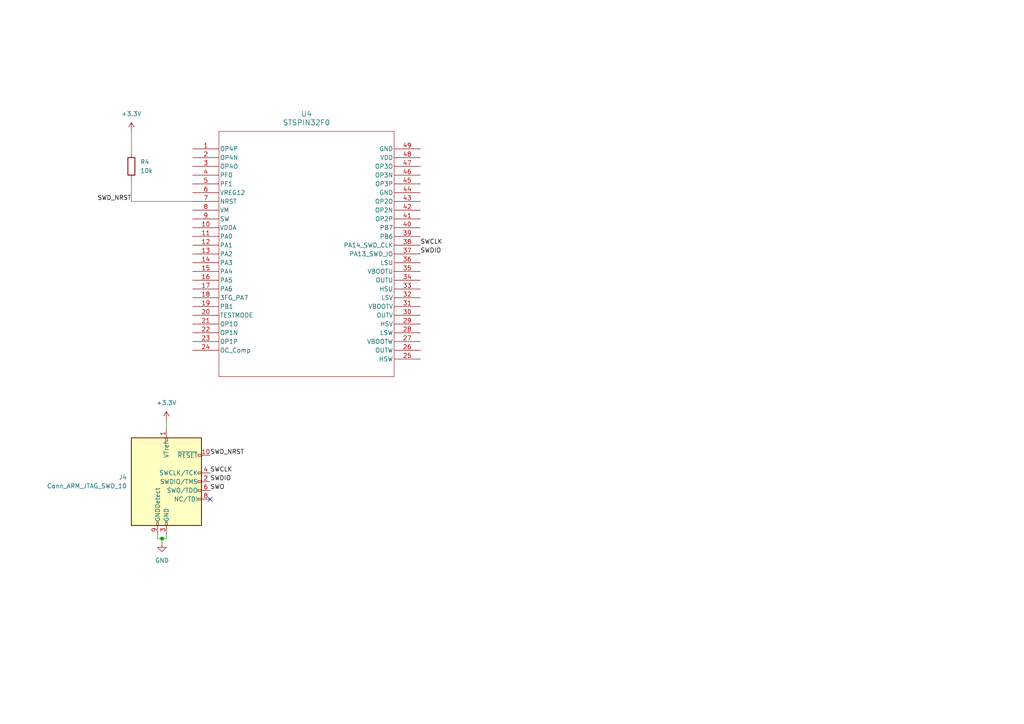
<source format=kicad_sch>
(kicad_sch (version 20231120) (generator "eeschema") (generator_version "8.0")
  (paper "A4")
  (lib_symbols
    (symbol "Connector:Conn_ARM_JTAG_SWD_10" (pin_names (offset 1.016))
      (property "Reference" "J" (at -2.54 16.51 0))
      (property "Value" "Conn_ARM_JTAG_SWD_10" (at -2.54 13.97 0))
      (symbol "Conn_ARM_JTAG_SWD_10_0_1"
        (rectangle (start -10.16 12.7) (end 10.16 -12.7) (stroke (width 0.254)) (fill (type background)))
        (rectangle (start -2.794 -12.7) (end -2.286 -11.684))
        (rectangle (start -0.254 -12.7) (end 0.254 -11.684))
        (rectangle (start -0.254 12.7) (end 0.254 11.684))
        (rectangle (start 9.144 2.286) (end 10.16 2.794))
        (rectangle (start 10.16 -2.794) (end 9.144 -2.286))
        (rectangle (start 10.16 -0.254) (end 9.144 0.254))
        (rectangle (start 10.16 7.874) (end 9.144 7.366))
      )
      (symbol "Conn_ARM_JTAG_SWD_10_1_1"
        (rectangle (start 9.144 -5.334) (end 10.16 -4.826))
        (pin power_in line (at 0 15.24 270) (length 2.54) (name "VTref") (number "1"))
        (pin open_collector line (at 12.7 7.62 180) (length 2.54) (name "~{RESET}") (number "10"))
        (pin bidirectional line (at 12.7 0 180) (length 2.54) (name "SWDIO/TMS") (number "2"))
        (pin power_in line (at 0 -15.24 90) (length 2.54) (name "GND") (number "3"))
        (pin output line (at 12.7 2.54 180) (length 2.54) (name "SWCLK/TCK") (number "4"))
        (pin passive line (at 0 -15.24 90) (length 2.54) hide (name "GND") (number "5"))
        (pin input line (at 12.7 -2.54 180) (length 2.54) (name "SWO/TDO") (number "6"))
        (pin no_connect line (at -10.16 0 0) (length 2.54) hide (name "KEY") (number "7"))
        (pin output line (at 12.7 -5.08 180) (length 2.54) (name "NC/TDI") (number "8"))
        (pin passive line (at -2.54 -15.24 90) (length 2.54) (name "GNDDetect") (number "9"))
      )
    )
    (symbol "Device:R" (pin_numbers hide) (pin_names (offset 0))
      (property "Reference" "R" (at 2.032 0 90))
      (property "Value" "R" (at 0 0 90))
      (symbol "R_0_1"
        (rectangle (start -1.016 -2.54) (end 1.016 2.54) (stroke (width 0.254)))
      )
      (symbol "R_1_1"
        (pin passive line (at 0 3.81 270) (length 1.27) (name "~") (number "1"))
        (pin passive line (at 0 -3.81 90) (length 1.27) (name "~") (number "2"))
      )
    )
    (symbol "Snapeda:STSPIN32F0" (pin_names (offset 0.254))
      (property "Reference" "U" (at 33.02 10.16 0))
      (property "Value" "STSPIN32F0" (at 33.02 7.62 0))
      (symbol "STSPIN32F0_0_1"
        (polyline (pts (xy 7.62 -66.04) (xy 58.42 -66.04)) (stroke (width 0.127)))
        (polyline (pts (xy 7.62 5.08) (xy 7.62 -66.04)) (stroke (width 0.127)))
        (polyline (pts (xy 58.42 -66.04) (xy 58.42 5.08)) (stroke (width 0.127)))
        (polyline (pts (xy 58.42 5.08) (xy 7.62 5.08)) (stroke (width 0.127)))
        (pin input line (at 0 0 0) (length 7.62) (name "OP4P") (number "1"))
        (pin power_in line (at 0 -22.86 0) (length 7.62) (name "VDDA") (number "10"))
        (pin input line (at 0 -25.4 0) (length 7.62) (name "PA0") (number "11"))
        (pin input line (at 0 -27.94 0) (length 7.62) (name "PA1") (number "12"))
        (pin input line (at 0 -30.48 0) (length 7.62) (name "PA2") (number "13"))
        (pin input line (at 0 -33.02 0) (length 7.62) (name "PA3") (number "14"))
        (pin input line (at 0 -35.56 0) (length 7.62) (name "PA4") (number "15"))
        (pin input line (at 0 -38.1 0) (length 7.62) (name "PA5") (number "16"))
        (pin input line (at 0 -40.64 0) (length 7.62) (name "PA6") (number "17"))
        (pin bidirectional line (at 0 -43.18 0) (length 7.62) (name "3FG_PA7") (number "18"))
        (pin input line (at 0 -45.72 0) (length 7.62) (name "PB1") (number "19"))
        (pin input line (at 0 -2.54 0) (length 7.62) (name "OP4N") (number "2"))
        (pin input line (at 0 -48.26 0) (length 7.62) (name "TESTMODE") (number "20"))
        (pin output line (at 0 -50.8 0) (length 7.62) (name "OP1O") (number "21"))
        (pin input line (at 0 -53.34 0) (length 7.62) (name "OP1N") (number "22"))
        (pin input line (at 0 -55.88 0) (length 7.62) (name "OP1P") (number "23"))
        (pin input line (at 0 -58.42 0) (length 7.62) (name "OC_Comp") (number "24"))
        (pin output line (at 66.04 -60.96 180) (length 7.62) (name "HSW") (number "25"))
        (pin power_in line (at 66.04 -58.42 180) (length 7.62) (name "OUTW") (number "26"))
        (pin power_in line (at 66.04 -55.88 180) (length 7.62) (name "VBOOTW") (number "27"))
        (pin output line (at 66.04 -53.34 180) (length 7.62) (name "LSW") (number "28"))
        (pin output line (at 66.04 -50.8 180) (length 7.62) (name "HSV") (number "29"))
        (pin output line (at 0 -5.08 0) (length 7.62) (name "OP4O") (number "3"))
        (pin power_in line (at 66.04 -48.26 180) (length 7.62) (name "OUTV") (number "30"))
        (pin power_in line (at 66.04 -45.72 180) (length 7.62) (name "VBOOTV") (number "31"))
        (pin output line (at 66.04 -43.18 180) (length 7.62) (name "LSV") (number "32"))
        (pin output line (at 66.04 -40.64 180) (length 7.62) (name "HSU") (number "33"))
        (pin power_in line (at 66.04 -38.1 180) (length 7.62) (name "OUTU") (number "34"))
        (pin power_in line (at 66.04 -35.56 180) (length 7.62) (name "VBOOTU") (number "35"))
        (pin output line (at 66.04 -33.02 180) (length 7.62) (name "LSU") (number "36"))
        (pin bidirectional line (at 66.04 -30.48 180) (length 7.62) (name "PA13_SWD_IO") (number "37"))
        (pin bidirectional line (at 66.04 -27.94 180) (length 7.62) (name "PA14_SWD_CLK") (number "38"))
        (pin bidirectional line (at 66.04 -25.4 180) (length 7.62) (name "PB6") (number "39"))
        (pin input line (at 0 -7.62 0) (length 7.62) (name "PF0") (number "4"))
        (pin input line (at 66.04 -22.86 180) (length 7.62) (name "PB7") (number "40"))
        (pin input line (at 66.04 -20.32 180) (length 7.62) (name "OP2P") (number "41"))
        (pin input line (at 66.04 -17.78 180) (length 7.62) (name "OP2N") (number "42"))
        (pin output line (at 66.04 -15.24 180) (length 7.62) (name "OP2O") (number "43"))
        (pin power_out line (at 66.04 -12.7 180) (length 7.62) (name "GND") (number "44"))
        (pin input line (at 66.04 -10.16 180) (length 7.62) (name "OP3P") (number "45"))
        (pin input line (at 66.04 -7.62 180) (length 7.62) (name "OP3N") (number "46"))
        (pin unspecified line (at 66.04 -5.08 180) (length 7.62) (name "OP3O") (number "47"))
        (pin power_in line (at 66.04 -2.54 180) (length 7.62) (name "VDD") (number "48"))
        (pin power_out line (at 66.04 0 180) (length 7.62) (name "GND") (number "49"))
        (pin input line (at 0 -10.16 0) (length 7.62) (name "PF1") (number "5"))
        (pin power_in line (at 0 -12.7 0) (length 7.62) (name "VREG12") (number "6"))
        (pin input line (at 0 -15.24 0) (length 7.62) (name "NRST") (number "7"))
        (pin power_in line (at 0 -17.78 0) (length 7.62) (name "VM") (number "8"))
        (pin output line (at 0 -20.32 0) (length 7.62) (name "SW") (number "9"))
      )
    )
    (symbol "power:+3.3V" (power) (pin_numbers hide) (pin_names (offset 0) hide)
      (property "Value" "+3.3V" (at 0 3.556 0))
      (symbol "+3.3V_0_1"
        (polyline (pts (xy -0.762 1.27) (xy 0 2.54)))
        (polyline (pts (xy 0 0) (xy 0 2.54)))
        (polyline (pts (xy 0 2.54) (xy 0.762 1.27)))
      )
      (symbol "+3.3V_1_1"
        (pin power_in line (at 0 0 90) (length 0) (name "~") (number "1"))
      )
    )
    (symbol "power:GND" (power) (pin_numbers hide) (pin_names (offset 0) hide)
      (property "Value" "GND" (at 0 -3.81 0))
      (symbol "GND_0_1"
        (polyline (pts (xy 0 0) (xy 0 -1.27) (xy 1.27 -1.27) (xy 0 -2.54) (xy -1.27 -1.27) (xy 0 -1.27)))
      )
      (symbol "GND_1_1"
        (pin power_in line (at 0 0 270) (length 0) (name "~") (number "1"))
      )
    )
  )
  (junction (at 46.99 156.21))
  (no_connect (at 60.96 144.78))
  (wire (pts (xy 48.26 156.21) (xy 48.26 154.94)))
  (wire (pts (xy 45.72 154.94) (xy 45.72 156.21)))
  (wire (pts (xy 45.72 156.21) (xy 46.99 156.21)))
  (wire (pts (xy 46.99 156.21) (xy 46.99 157.48)))
  (wire (pts (xy 38.1 52.07) (xy 38.1 58.42)))
  (wire (pts (xy 38.1 38.1) (xy 38.1 44.45)))
  (wire (pts (xy 48.26 121.92) (xy 48.26 124.46)))
  (wire (pts (xy 46.99 156.21) (xy 48.26 156.21)))
  (wire (pts (xy 38.1 58.42) (xy 55.88 58.42)))
  (label "SWD_NRST" (at 38.1 58.42 180))
  (label "SWCLK" (at 60.96 137.16 0))
  (label "SWDIO" (at 60.96 139.7 0))
  (label "SWCLK" (at 121.92 71.12 0))
  (label "SWDIO" (at 121.92 73.66 0))
  (label "SWD_NRST" (at 60.96 132.08 0))
  (label "SWO" (at 60.96 142.24 0))
  (symbol (lib_id "Connector:Conn_ARM_JTAG_SWD_10") (at 48.26 139.7 0) (unit 1)
    (property "Reference" "J1" (at 36.83 138.4299 0) (effects (justify right)))
    (property "Value" "Conn_ARM_JTAG_SWD_10" (at 36.83 140.9699 0) (effects (justify right)))
    (property "Footprint" "Connector_PinHeader_1.27mm:PinHeader_2x05_P1.27mm_Vertical" (effects (hide yes)))
    (property "Datasheet" "http://infocenter.arm.com/help/topic/com.arm.doc.ddi0314h/DDI0314H_coresight_components_trm.pdf" (effects (hide yes)))
    (property "Description" "Cortex Debug Connector, standard ARM Cortex-M SWD and JTAG interface" (effects (hide yes)))
    (instances (project "" (path "" (reference "J4") (unit 1)) (path "" (reference "J2") (unit 1)) (path "" (reference "J3") (unit 1)) (path "" (reference "J1") (unit 1))))
  )
  (symbol (lib_id "Snapeda:STSPIN32F0") (at 55.88 43.18 0) (unit 1)
    (property "Reference" "U4" (at 88.9 33.02 0) (effects (font (size 1.524 1.524))))
    (property "Value" "STSPIN32F0" (at 88.9 35.56 0) (effects (font (size 1.524 1.524))))
    (property "Footprint" "Snapeda:VFQFPN48_7X7X1_STM" (effects (hide yes)))
    (property "Datasheet" "STSPIN32F0" (effects (hide yes)))
    (instances (project "" (path "" (reference "U4") (unit 1)) (path "" (reference "U2") (unit 1)) (path "" (reference "U3") (unit 1)) (path "" (reference "U1") (unit 1))))
  )
  (symbol (lib_id "Device:R") (at 38.1 48.26 0) (unit 1)
    (property "Reference" "R1" (at 40.64 46.9899 0) (effects (justify left)))
    (property "Value" "10k" (at 40.64 49.5299 0) (effects (justify left)))
    (property "Footprint" "Resistor_SMD:R_0805_2012Metric" (effects (hide yes)))
    (property "Description" "Resistor" (effects (hide yes)))
    (instances (project "" (path "" (reference "R4") (unit 1)) (path "" (reference "R2") (unit 1)) (path "" (reference "R3") (unit 1)) (path "" (reference "R1") (unit 1))))
  )
  (symbol (lib_id "power:+3.3V") (at 48.26 121.92 0) (unit 1)
    (property "Reference" "#PWR05" (effects (hide yes)))
    (property "Value" "+3.3V" (at 48.26 116.84 0))
    (property "Description" "Power symbol creates a global label with name \"+3.3V\"" (effects (hide yes)))
    (instances (project "hw" (path "" (reference "#PWR08") (unit 1)) (path "" (reference "#PWR06") (unit 1)) (path "" (reference "#PWR07") (unit 1)) (path "" (reference "#PWR05") (unit 1))))
  )
  (symbol (lib_id "power:GND") (at 46.99 157.48 0) (unit 1)
    (property "Reference" "#PWR09" (effects (hide yes)))
    (property "Value" "GND" (at 46.99 162.56 0))
    (property "Description" "Power symbol creates a global label with name \"GND\" , ground" (effects (hide yes)))
    (instances (project "" (path "" (reference "#PWR012") (unit 1)) (path "" (reference "#PWR010") (unit 1)) (path "" (reference "#PWR011") (unit 1)) (path "" (reference "#PWR09") (unit 1))))
  )
  (symbol (lib_id "power:+3.3V") (at 38.1 38.1 0) (unit 1)
    (property "Reference" "#PWR01" (effects (hide yes)))
    (property "Value" "+3.3V" (at 38.1 33.02 0))
    (property "Description" "Power symbol creates a global label with name \"+3.3V\"" (effects (hide yes)))
    (instances (project "" (path "" (reference "#PWR04") (unit 1)) (path "" (reference "#PWR02") (unit 1)) (path "" (reference "#PWR03") (unit 1)) (path "" (reference "#PWR01") (unit 1))))
  )
)
</source>
